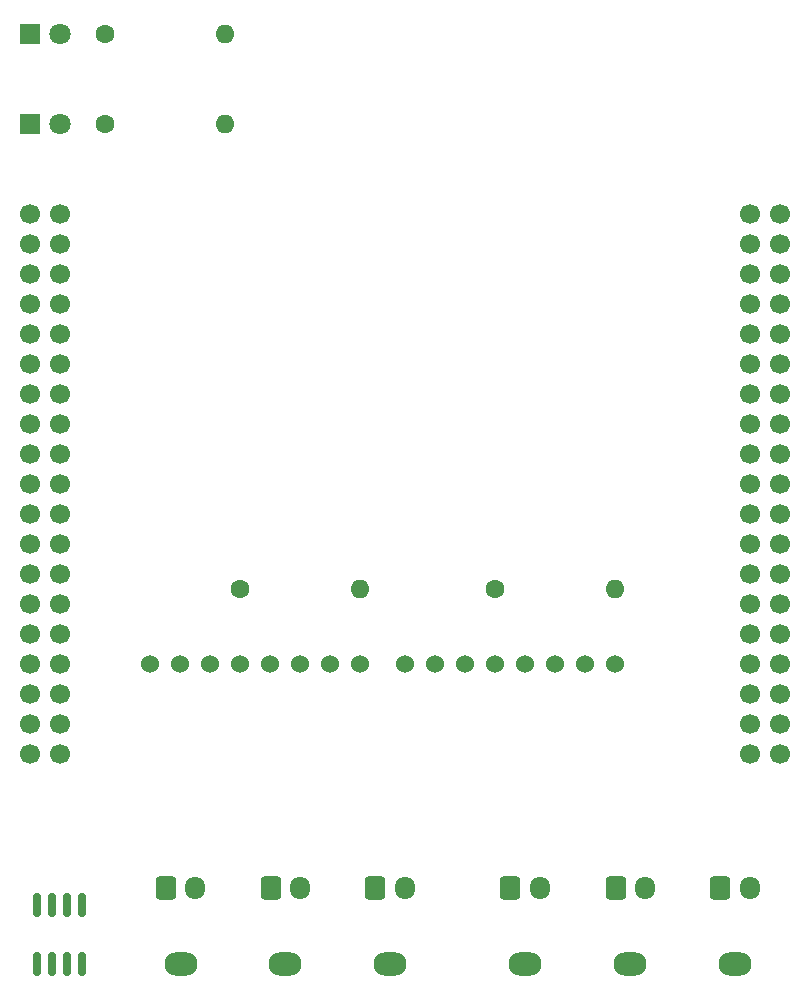
<source format=gts>
%TF.GenerationSoftware,KiCad,Pcbnew,7.0.7*%
%TF.CreationDate,2024-06-19T04:07:58+09:00*%
%TF.ProjectId,ALTAIR_CAN_SHIELD _V1,414c5441-4952-45f4-9341-4e5f53484945,rev?*%
%TF.SameCoordinates,Original*%
%TF.FileFunction,Soldermask,Top*%
%TF.FilePolarity,Negative*%
%FSLAX46Y46*%
G04 Gerber Fmt 4.6, Leading zero omitted, Abs format (unit mm)*
G04 Created by KiCad (PCBNEW 7.0.7) date 2024-06-19 04:07:58*
%MOMM*%
%LPD*%
G01*
G04 APERTURE LIST*
G04 Aperture macros list*
%AMRoundRect*
0 Rectangle with rounded corners*
0 $1 Rounding radius*
0 $2 $3 $4 $5 $6 $7 $8 $9 X,Y pos of 4 corners*
0 Add a 4 corners polygon primitive as box body*
4,1,4,$2,$3,$4,$5,$6,$7,$8,$9,$2,$3,0*
0 Add four circle primitives for the rounded corners*
1,1,$1+$1,$2,$3*
1,1,$1+$1,$4,$5*
1,1,$1+$1,$6,$7*
1,1,$1+$1,$8,$9*
0 Add four rect primitives between the rounded corners*
20,1,$1+$1,$2,$3,$4,$5,0*
20,1,$1+$1,$4,$5,$6,$7,0*
20,1,$1+$1,$6,$7,$8,$9,0*
20,1,$1+$1,$8,$9,$2,$3,0*%
G04 Aperture macros list end*
%ADD10O,2.800000X2.000000*%
%ADD11RoundRect,0.250000X-0.600000X-0.725000X0.600000X-0.725000X0.600000X0.725000X-0.600000X0.725000X0*%
%ADD12O,1.700000X1.950000*%
%ADD13RoundRect,0.150000X-0.150000X0.825000X-0.150000X-0.825000X0.150000X-0.825000X0.150000X0.825000X0*%
%ADD14C,1.524000*%
%ADD15C,1.600000*%
%ADD16O,1.600000X1.600000*%
%ADD17R,1.800000X1.800000*%
%ADD18C,1.800000*%
%ADD19C,1.700000*%
G04 APERTURE END LIST*
D10*
%TO.C,J3*%
X177820000Y-147320000D03*
D11*
X176570000Y-140820000D03*
D12*
X179070000Y-140820000D03*
%TD*%
D13*
%TO.C,S2*%
X122555000Y-142305000D03*
X121285000Y-142305000D03*
X120015000Y-142305000D03*
X118745000Y-142305000D03*
X118745000Y-147255000D03*
X120015000Y-147255000D03*
X121285000Y-147255000D03*
X122555000Y-147255000D03*
%TD*%
D14*
%TO.C,U2*%
X149860000Y-121920000D03*
X152400000Y-121920000D03*
X154940000Y-121920000D03*
X157480000Y-121920000D03*
X160020000Y-121920000D03*
X162560000Y-121920000D03*
X165100000Y-121920000D03*
X167640000Y-121920000D03*
%TD*%
D10*
%TO.C,J2*%
X168950000Y-147320000D03*
D11*
X167700000Y-140820000D03*
D12*
X170200000Y-140820000D03*
%TD*%
D15*
%TO.C,R3*%
X157480000Y-115570000D03*
D16*
X167640000Y-115570000D03*
%TD*%
D14*
%TO.C,U3*%
X128270000Y-121920000D03*
X130810000Y-121920000D03*
X133350000Y-121920000D03*
X135890000Y-121920000D03*
X138430000Y-121920000D03*
X140970000Y-121920000D03*
X143510000Y-121920000D03*
X146050000Y-121920000D03*
%TD*%
D10*
%TO.C,J4*%
X148610000Y-147320000D03*
D11*
X147360000Y-140820000D03*
D12*
X149860000Y-140820000D03*
%TD*%
D15*
%TO.C,R4*%
X135890000Y-115570000D03*
D16*
X146050000Y-115570000D03*
%TD*%
D17*
%TO.C,LED2*%
X118110000Y-68580000D03*
D18*
X120650000Y-68580000D03*
%TD*%
D10*
%TO.C,J5*%
X139740000Y-147320000D03*
D11*
X138490000Y-140820000D03*
D12*
X140990000Y-140820000D03*
%TD*%
D10*
%TO.C,J1*%
X160040000Y-147320000D03*
D11*
X158790000Y-140820000D03*
D12*
X161290000Y-140820000D03*
%TD*%
D17*
%TO.C,LED1*%
X118110000Y-76200000D03*
D18*
X120650000Y-76200000D03*
%TD*%
D19*
%TO.C,U1*%
X120650000Y-99060000D03*
X118110000Y-91440000D03*
X120650000Y-96520000D03*
X179070000Y-91440000D03*
X118110000Y-88900000D03*
X118110000Y-124460000D03*
X120650000Y-111760000D03*
X181610000Y-91440000D03*
X120650000Y-88900000D03*
X120650000Y-104140000D03*
X120650000Y-101600000D03*
X120650000Y-116840000D03*
X120650000Y-119380000D03*
X179070000Y-127000000D03*
X179070000Y-129540000D03*
X120650000Y-121920000D03*
X179070000Y-96520000D03*
X179070000Y-99060000D03*
X179070000Y-101600000D03*
X179070000Y-111760000D03*
X179070000Y-109220000D03*
X179070000Y-124460000D03*
X181610000Y-99060000D03*
X181610000Y-96520000D03*
X118110000Y-99060000D03*
X118110000Y-101600000D03*
X118110000Y-104140000D03*
X120650000Y-86360000D03*
X118110000Y-119380000D03*
X118110000Y-121920000D03*
X120650000Y-124460000D03*
X181610000Y-111760000D03*
X181610000Y-109220000D03*
X179070000Y-121920000D03*
X179070000Y-116840000D03*
X179070000Y-119380000D03*
X179070000Y-104140000D03*
X118110000Y-109220000D03*
X179070000Y-86360000D03*
X179070000Y-88900000D03*
X179070000Y-114300000D03*
X181610000Y-101600000D03*
X181610000Y-119380000D03*
X181610000Y-116840000D03*
X181610000Y-114300000D03*
X120650000Y-129540000D03*
X120650000Y-127000000D03*
X118110000Y-127000000D03*
X118110000Y-129540000D03*
X181610000Y-124460000D03*
X181610000Y-88900000D03*
X181610000Y-86360000D03*
X179070000Y-106680000D03*
X181610000Y-83820000D03*
X179070000Y-83820000D03*
X118110000Y-83820000D03*
X120650000Y-83820000D03*
X118110000Y-86360000D03*
X118110000Y-111760000D03*
X118110000Y-114300000D03*
X118110000Y-116840000D03*
X118110000Y-106680000D03*
X120650000Y-91440000D03*
X120650000Y-106680000D03*
X120650000Y-109220000D03*
X179070000Y-93980000D03*
X181610000Y-106680000D03*
X181610000Y-121920000D03*
X118110000Y-96520000D03*
X120650000Y-93980000D03*
X118110000Y-93980000D03*
X120650000Y-114300000D03*
X181610000Y-93980000D03*
X181610000Y-104140000D03*
X181610000Y-127000000D03*
X181610000Y-129540000D03*
%TD*%
D15*
%TO.C,R2*%
X124460000Y-68580000D03*
D16*
X134620000Y-68580000D03*
%TD*%
D15*
%TO.C,R1*%
X124460000Y-76200000D03*
D16*
X134620000Y-76200000D03*
%TD*%
D10*
%TO.C,J6*%
X130870000Y-147320000D03*
D11*
X129620000Y-140820000D03*
D12*
X132120000Y-140820000D03*
%TD*%
M02*

</source>
